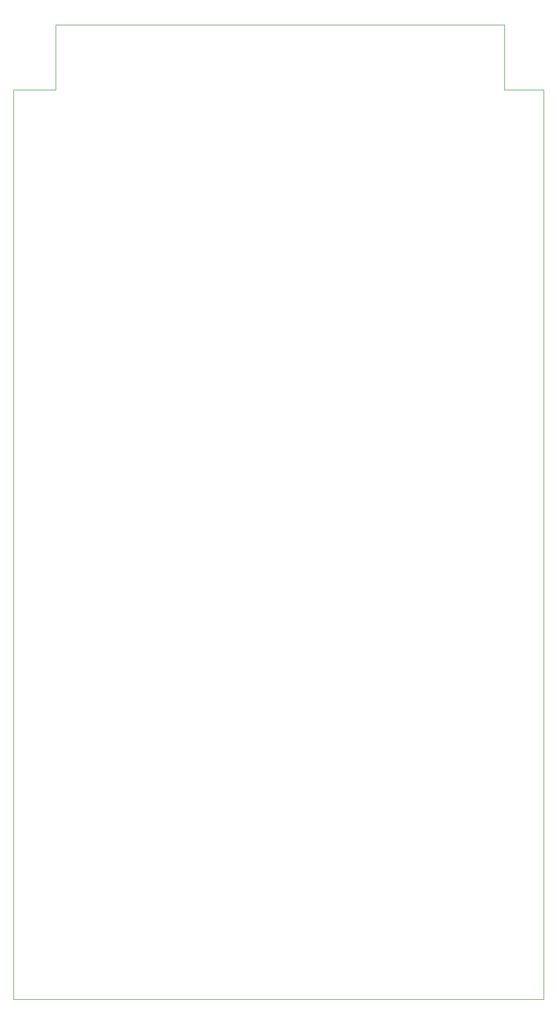
<source format=gm1>
G04 #@! TF.GenerationSoftware,KiCad,Pcbnew,(5.1.9)-1*
G04 #@! TF.CreationDate,2025-07-04T21:58:15+09:00*
G04 #@! TF.ProjectId,FP-1100_SD,46502d31-3130-4305-9f53-442e6b696361,rev?*
G04 #@! TF.SameCoordinates,PX53920b0PYad82f20*
G04 #@! TF.FileFunction,Profile,NP*
%FSLAX46Y46*%
G04 Gerber Fmt 4.6, Leading zero omitted, Abs format (unit mm)*
G04 Created by KiCad (PCBNEW (5.1.9)-1) date 2025-07-04 21:58:15*
%MOMM*%
%LPD*%
G01*
G04 APERTURE LIST*
G04 #@! TA.AperFunction,Profile*
%ADD10C,0.050000*%
G04 #@! TD*
G04 APERTURE END LIST*
D10*
X80645000Y149281000D02*
X87122000Y149281000D01*
X80645000Y160000000D02*
X80645000Y149281000D01*
X6921500Y149281000D02*
X0Y149281000D01*
X6921500Y160000000D02*
X6921500Y149281000D01*
X0Y149281000D02*
X0Y0D01*
X87128000Y0D02*
X87122000Y149281000D01*
X0Y0D02*
X87128000Y0D01*
X80645000Y160000000D02*
X6921500Y160000000D01*
M02*

</source>
